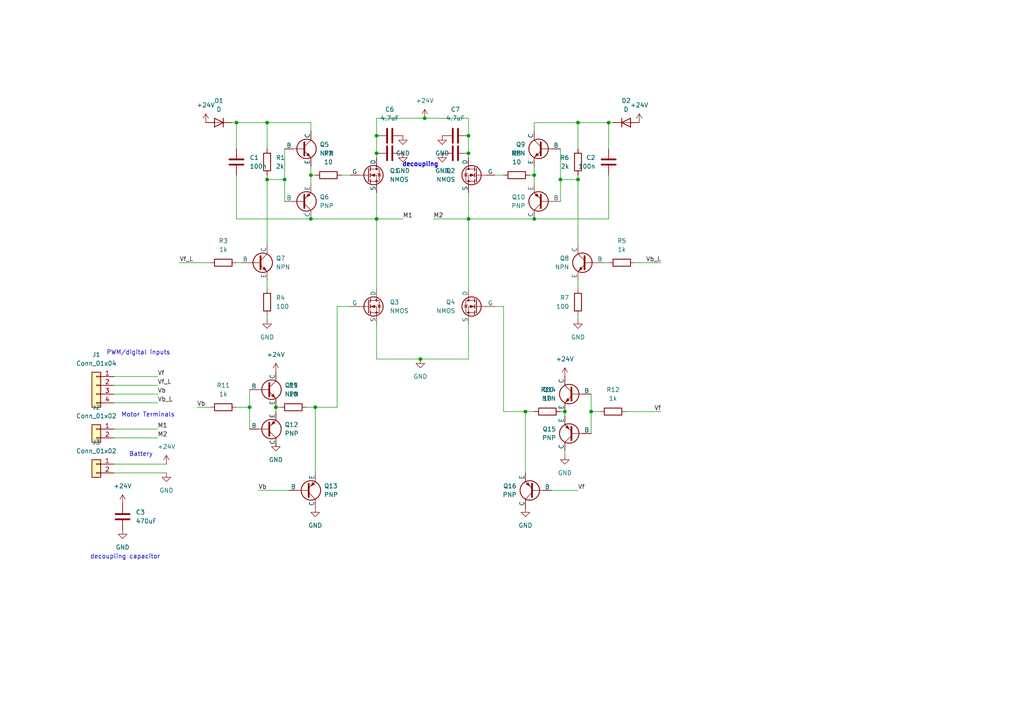
<source format=kicad_sch>
(kicad_sch (version 20250114) (generator "eeschema") (generator_version "9.0")
  (paper "A4")
  (lib_symbols
    (symbol "Conn_01x02_1" (pin_names (offset 1.016) (hide yes))
      (property "Reference" "J3" (at 0 6.35 0))
      (property "Value" "Conn_01x02" (at 0 3.81 0))
      (symbol "Conn_01x02_1_1_1"
        (rectangle (start -1.27 1.27) (end 1.27 -3.81) (stroke (width 0.254)) (fill (type background)))
        (rectangle (start -1.27 0.127) (end 0 -0.127) (stroke (width 0.1524)))
        (rectangle (start -1.27 -2.413) (end 0 -2.667) (stroke (width 0.1524)))
        (pin output line (at -5.08 0 0) (length 3.81) (name "Pin_1") (number "1"))
        (pin output line (at -5.08 -2.54 0) (length 3.81) (name "Pin_2") (number "2"))
      )
    )
    (symbol "Connector_Generic:Conn_01x02" (pin_names (offset 1.016) (hide yes))
      (property "Reference" "J2" (at 0 6.35 0))
      (property "Value" "Conn_01x02" (at 0 3.81 0))
      (symbol "Conn_01x02_1_1"
        (rectangle (start -1.27 1.27) (end 1.27 -3.81) (stroke (width 0.254)) (fill (type background)))
        (rectangle (start -1.27 0.127) (end 0 -0.127) (stroke (width 0.1524)))
        (rectangle (start -1.27 -2.413) (end 0 -2.667) (stroke (width 0.1524)))
        (pin output line (at -5.08 0 0) (length 3.81) (name "Pin_1") (number "1"))
        (pin output line (at -5.08 -2.54 0) (length 3.81) (name "Pin_2") (number "2"))
      )
    )
    (symbol "Connector_Generic:Conn_01x04" (pin_names (offset 1.016) (hide yes))
      (property "Reference" "J1" (at 0 8.89 0))
      (property "Value" "Conn_01x04" (at 0 6.35 0))
      (symbol "Conn_01x04_1_1"
        (rectangle (start -1.27 3.81) (end 1.27 -6.35) (stroke (width 0.254)) (fill (type background)))
        (rectangle (start -1.27 2.667) (end 0 2.413) (stroke (width 0.1524)))
        (rectangle (start -1.27 0.127) (end 0 -0.127) (stroke (width 0.1524)))
        (rectangle (start -1.27 -2.413) (end 0 -2.667) (stroke (width 0.1524)))
        (rectangle (start -1.27 -4.953) (end 0 -5.207) (stroke (width 0.1524)))
        (pin input line (at -5.08 2.54 0) (length 3.81) (name "Pin_1") (number "1"))
        (pin input line (at -5.08 0 0) (length 3.81) (name "Pin_2") (number "2"))
        (pin input line (at -5.08 -2.54 0) (length 3.81) (name "Pin_3") (number "3"))
        (pin input line (at -5.08 -5.08 0) (length 3.81) (name "Pin_4") (number "4"))
      )
    )
    (symbol "Device:C" (pin_numbers (hide yes)) (pin_names (offset 0.254))
      (property "Reference" "C" (at 0.635 2.54 0))
      (property "Value" "C" (at 0.635 -2.54 0))
      (symbol "C_0_1"
        (polyline (pts (xy -2.032 0.762) (xy 2.032 0.762)) (stroke (width 0.508)))
        (polyline (pts (xy -2.032 -0.762) (xy 2.032 -0.762)) (stroke (width 0.508)))
      )
      (symbol "C_1_1"
        (pin passive line (at 0 3.81 270) (length 2.794) (name "~") (number "1"))
        (pin passive line (at 0 -3.81 90) (length 2.794) (name "~") (number "2"))
      )
    )
    (symbol "Device:D" (pin_numbers (hide yes)) (pin_names (offset 1.016) (hide yes))
      (property "Reference" "D" (at 0 2.54 0))
      (property "Value" "D" (at 0 -2.54 0))
      (symbol "D_0_1"
        (polyline (pts (xy -1.27 1.27) (xy -1.27 -1.27)) (stroke (width 0.254)))
        (polyline (pts (xy 1.27 1.27) (xy 1.27 -1.27) (xy -1.27 0) (xy 1.27 1.27)) (stroke (width 0.254)))
        (polyline (pts (xy 1.27 0) (xy -1.27 0)))
      )
      (symbol "D_1_1"
        (pin passive line (at -3.81 0 0) (length 2.54) (name "K") (number "1"))
        (pin passive line (at 3.81 0 180) (length 2.54) (name "A") (number "2"))
      )
    )
    (symbol "Device:R" (pin_numbers (hide yes)) (pin_names (offset 0))
      (property "Reference" "R" (at 2.032 0 90))
      (property "Value" "R" (at 0 0 90))
      (symbol "R_0_1"
        (rectangle (start -1.016 -2.54) (end 1.016 2.54) (stroke (width 0.254)))
      )
      (symbol "R_1_1"
        (pin passive line (at 0 3.81 270) (length 1.27) (name "~") (number "1"))
        (pin passive line (at 0 -3.81 90) (length 1.27) (name "~") (number "2"))
      )
    )
    (symbol "NMOS_1" (pin_numbers (hide yes)) (pin_names (offset 0))
      (property "Reference" "Q4" (at 6.35 1.2701 0))
      (property "Value" "NMOS" (at 6.35 -1.2699 0))
      (symbol "NMOS_1_0_1"
        (polyline (pts (xy 0.254 1.905) (xy 0.254 -1.905)) (stroke (width 0.254)))
        (polyline (pts (xy 0.254 0) (xy -2.54 0)))
        (polyline (pts (xy 0.762 2.286) (xy 0.762 1.27)) (stroke (width 0.254)))
        (polyline (pts (xy 0.762 0.508) (xy 0.762 -0.508)) (stroke (width 0.254)))
        (polyline (pts (xy 0.762 -1.27) (xy 0.762 -2.286)) (stroke (width 0.254)))
        (polyline (pts (xy 0.762 -1.778) (xy 3.302 -1.778) (xy 3.302 1.778) (xy 0.762 1.778)))
        (polyline (pts (xy 1.016 0) (xy 2.032 0.381) (xy 2.032 -0.381) (xy 1.016 0)) (fill (type outline)))
        (circle (center 1.651 0) (radius 2.794) (stroke (width 0.254)))
        (polyline (pts (xy 2.54 2.54) (xy 2.54 1.778)))
        (circle (center 2.54 1.778) (radius 0.254) (fill (type outline)))
        (circle (center 2.54 -1.778) (radius 0.254) (fill (type outline)))
        (polyline (pts (xy 2.54 -2.54) (xy 2.54 0) (xy 0.762 0)))
        (polyline (pts (xy 2.794 0.508) (xy 2.921 0.381) (xy 3.683 0.381) (xy 3.81 0.254)))
        (polyline (pts (xy 3.302 0.381) (xy 2.921 -0.254) (xy 3.683 -0.254) (xy 3.302 0.381)))
      )
      (symbol "NMOS_1_1_1"
        (pin input line (at -5.08 0 0) (length 2.54) (name "G") (number "1"))
        (pin passive line (at 2.54 5.08 270) (length 2.54) (name "D") (number "2"))
        (pin passive line (at 2.54 -5.08 90) (length 2.54) (name "S") (number "3"))
      )
    )
    (symbol "NMOS_2" (pin_numbers (hide yes)) (pin_names (offset 0))
      (property "Reference" "Q3" (at 6.35 1.2701 0))
      (property "Value" "NMOS" (at 6.35 -1.2699 0))
      (symbol "NMOS_2_0_1"
        (polyline (pts (xy 0.254 1.905) (xy 0.254 -1.905)) (stroke (width 0.254)))
        (polyline (pts (xy 0.254 0) (xy -2.54 0)))
        (polyline (pts (xy 0.762 2.286) (xy 0.762 1.27)) (stroke (width 0.254)))
        (polyline (pts (xy 0.762 0.508) (xy 0.762 -0.508)) (stroke (width 0.254)))
        (polyline (pts (xy 0.762 -1.27) (xy 0.762 -2.286)) (stroke (width 0.254)))
        (polyline (pts (xy 0.762 -1.778) (xy 3.302 -1.778) (xy 3.302 1.778) (xy 0.762 1.778)))
        (polyline (pts (xy 1.016 0) (xy 2.032 0.381) (xy 2.032 -0.381) (xy 1.016 0)) (fill (type outline)))
        (circle (center 1.651 0) (radius 2.794) (stroke (width 0.254)))
        (polyline (pts (xy 2.54 2.54) (xy 2.54 1.778)))
        (circle (center 2.54 1.778) (radius 0.254) (fill (type outline)))
        (circle (center 2.54 -1.778) (radius 0.254) (fill (type outline)))
        (polyline (pts (xy 2.54 -2.54) (xy 2.54 0) (xy 0.762 0)))
        (polyline (pts (xy 2.794 0.508) (xy 2.921 0.381) (xy 3.683 0.381) (xy 3.81 0.254)))
        (polyline (pts (xy 3.302 0.381) (xy 2.921 -0.254) (xy 3.683 -0.254) (xy 3.302 0.381)))
      )
      (symbol "NMOS_2_1_1"
        (pin input line (at -5.08 0 0) (length 2.54) (name "G") (number "1"))
        (pin passive line (at 2.54 5.08 270) (length 2.54) (name "D") (number "2"))
        (pin passive line (at 2.54 -5.08 90) (length 2.54) (name "S") (number "3"))
      )
    )
    (symbol "NMOS_3" (pin_numbers (hide yes)) (pin_names (offset 0))
      (property "Reference" "Q1" (at 6.35 1.2701 0))
      (property "Value" "NMOS" (at 6.35 -1.2699 0))
      (symbol "NMOS_3_0_1"
        (polyline (pts (xy 0.254 1.905) (xy 0.254 -1.905)) (stroke (width 0.254)))
        (polyline (pts (xy 0.254 0) (xy -2.54 0)))
        (polyline (pts (xy 0.762 2.286) (xy 0.762 1.27)) (stroke (width 0.254)))
        (polyline (pts (xy 0.762 0.508) (xy 0.762 -0.508)) (stroke (width 0.254)))
        (polyline (pts (xy 0.762 -1.27) (xy 0.762 -2.286)) (stroke (width 0.254)))
        (polyline (pts (xy 0.762 -1.778) (xy 3.302 -1.778) (xy 3.302 1.778) (xy 0.762 1.778)))
        (polyline (pts (xy 1.016 0) (xy 2.032 0.381) (xy 2.032 -0.381) (xy 1.016 0)) (fill (type outline)))
        (circle (center 1.651 0) (radius 2.794) (stroke (width 0.254)))
        (polyline (pts (xy 2.54 2.54) (xy 2.54 1.778)))
        (circle (center 2.54 1.778) (radius 0.254) (fill (type outline)))
        (circle (center 2.54 -1.778) (radius 0.254) (fill (type outline)))
        (polyline (pts (xy 2.54 -2.54) (xy 2.54 0) (xy 0.762 0)))
        (polyline (pts (xy 2.794 0.508) (xy 2.921 0.381) (xy 3.683 0.381) (xy 3.81 0.254)))
        (polyline (pts (xy 3.302 0.381) (xy 2.921 -0.254) (xy 3.683 -0.254) (xy 3.302 0.381)))
      )
      (symbol "NMOS_3_1_1"
        (pin input line (at -5.08 0 0) (length 2.54) (name "G") (number "1"))
        (pin passive line (at 2.54 5.08 270) (length 2.54) (name "D") (number "2"))
        (pin passive line (at 2.54 -5.08 90) (length 2.54) (name "S") (number "3"))
      )
    )
    (symbol "NPN_1" (pin_numbers (hide yes)) (pin_names (offset 0))
      (property "Reference" "Q5" (at 5.08 1.2701 0))
      (property "Value" "NPN" (at 5.08 -1.2699 0))
      (symbol "NPN_1_0_1"
        (polyline (pts (xy -2.54 0) (xy 0.635 0)) (stroke (width 0.1524)))
        (polyline (pts (xy 0.635 1.905) (xy 0.635 -1.905) (xy 0.635 -1.905)) (stroke (width 0.508)))
        (polyline (pts (xy 0.635 0.635) (xy 2.54 2.54)))
        (polyline (pts (xy 0.635 -0.635) (xy 2.54 -2.54) (xy 2.54 -2.54)))
        (circle (center 1.27 0) (radius 2.8194) (stroke (width 0.254)))
        (polyline (pts (xy 1.27 -1.778) (xy 1.778 -1.27) (xy 2.286 -2.286) (xy 1.27 -1.778) (xy 1.27 -1.778)) (fill (type outline)))
        (polyline (pts (xy 2.794 -1.27) (xy 2.794 -1.27)) (stroke (width 0.1524)))
        (polyline (pts (xy 2.794 -1.27) (xy 2.794 -1.27)) (stroke (width 0.1524)))
      )
      (symbol "NPN_1_1_1"
        (pin input line (at -5.08 0 0) (length 2.54) (name "B") (number "3"))
        (pin open_collector line (at 2.54 5.08 270) (length 2.54) (name "C") (number "2"))
        (pin open_emitter line (at 2.54 -5.08 90) (length 2.54) (name "E") (number "1"))
      )
    )
    (symbol "NPN_2" (pin_numbers (hide yes)) (pin_names (offset 0))
      (property "Reference" "Q7" (at 5.08 1.2701 0))
      (property "Value" "NPN" (at 5.08 -1.2699 0))
      (symbol "NPN_2_0_1"
        (polyline (pts (xy -2.54 0) (xy 0.635 0)) (stroke (width 0.1524)))
        (polyline (pts (xy 0.635 1.905) (xy 0.635 -1.905) (xy 0.635 -1.905)) (stroke (width 0.508)))
        (polyline (pts (xy 0.635 0.635) (xy 2.54 2.54)))
        (polyline (pts (xy 0.635 -0.635) (xy 2.54 -2.54) (xy 2.54 -2.54)))
        (circle (center 1.27 0) (radius 2.8194) (stroke (width 0.254)))
        (polyline (pts (xy 1.27 -1.778) (xy 1.778 -1.27) (xy 2.286 -2.286) (xy 1.27 -1.778) (xy 1.27 -1.778)) (fill (type outline)))
        (polyline (pts (xy 2.794 -1.27) (xy 2.794 -1.27)) (stroke (width 0.1524)))
        (polyline (pts (xy 2.794 -1.27) (xy 2.794 -1.27)) (stroke (width 0.1524)))
      )
      (symbol "NPN_2_1_1"
        (pin input line (at -5.08 0 0) (length 2.54) (name "B") (number "3"))
        (pin open_collector line (at 2.54 5.08 270) (length 2.54) (name "C") (number "2"))
        (pin open_emitter line (at 2.54 -5.08 90) (length 2.54) (name "E") (number "1"))
      )
    )
    (symbol "NPN_3" (pin_numbers (hide yes)) (pin_names (offset 0))
      (property "Reference" "Q11" (at 5.08 1.2701 0))
      (property "Value" "NPN" (at 5.08 -1.2699 0))
      (symbol "NPN_3_0_1"
        (polyline (pts (xy -2.54 0) (xy 0.635 0)) (stroke (width 0.1524)))
        (polyline (pts (xy 0.635 1.905) (xy 0.635 -1.905) (xy 0.635 -1.905)) (stroke (width 0.508)))
        (polyline (pts (xy 0.635 0.635) (xy 2.54 2.54)))
        (polyline (pts (xy 0.635 -0.635) (xy 2.54 -2.54) (xy 2.54 -2.54)))
        (circle (center 1.27 0) (radius 2.8194) (stroke (width 0.254)))
        (polyline (pts (xy 1.27 -1.778) (xy 1.778 -1.27) (xy 2.286 -2.286) (xy 1.27 -1.778) (xy 1.27 -1.778)) (fill (type outline)))
        (polyline (pts (xy 2.794 -1.27) (xy 2.794 -1.27)) (stroke (width 0.1524)))
        (polyline (pts (xy 2.794 -1.27) (xy 2.794 -1.27)) (stroke (width 0.1524)))
      )
      (symbol "NPN_3_1_1"
        (pin input line (at -5.08 0 0) (length 2.54) (name "B") (number "3"))
        (pin open_collector line (at 2.54 5.08 270) (length 2.54) (name "C") (number "2"))
        (pin open_emitter line (at 2.54 -5.08 90) (length 2.54) (name "E") (number "1"))
      )
    )
    (symbol "NPN_4" (pin_numbers (hide yes)) (pin_names (offset 0))
      (property "Reference" "Q14" (at 5.08 1.2701 0))
      (property "Value" "NPN" (at 5.08 -1.2699 0))
      (symbol "NPN_4_0_1"
        (polyline (pts (xy -2.54 0) (xy 0.635 0)) (stroke (width 0.1524)))
        (polyline (pts (xy 0.635 1.905) (xy 0.635 -1.905) (xy 0.635 -1.905)) (stroke (width 0.508)))
        (polyline (pts (xy 0.635 0.635) (xy 2.54 2.54)))
        (polyline (pts (xy 0.635 -0.635) (xy 2.54 -2.54) (xy 2.54 -2.54)))
        (circle (center 1.27 0) (radius 2.8194) (stroke (width 0.254)))
        (polyline (pts (xy 1.27 -1.778) (xy 1.778 -1.27) (xy 2.286 -2.286) (xy 1.27 -1.778) (xy 1.27 -1.778)) (fill (type outline)))
        (polyline (pts (xy 2.794 -1.27) (xy 2.794 -1.27)) (stroke (width 0.1524)))
        (polyline (pts (xy 2.794 -1.27) (xy 2.794 -1.27)) (stroke (width 0.1524)))
      )
      (symbol "NPN_4_1_1"
        (pin input line (at -5.08 0 0) (length 2.54) (name "B") (number "3"))
        (pin open_collector line (at 2.54 5.08 270) (length 2.54) (name "C") (number "2"))
        (pin open_emitter line (at 2.54 -5.08 90) (length 2.54) (name "E") (number "1"))
      )
    )
    (symbol "NPN_5" (pin_numbers (hide yes)) (pin_names (offset 0))
      (property "Reference" "Q8" (at 5.08 1.2701 0))
      (property "Value" "NPN" (at 5.08 -1.2699 0))
      (symbol "NPN_5_0_1"
        (polyline (pts (xy -2.54 0) (xy 0.635 0)) (stroke (width 0.1524)))
        (polyline (pts (xy 0.635 1.905) (xy 0.635 -1.905) (xy 0.635 -1.905)) (stroke (width 0.508)))
        (polyline (pts (xy 0.635 0.635) (xy 2.54 2.54)))
        (polyline (pts (xy 0.635 -0.635) (xy 2.54 -2.54) (xy 2.54 -2.54)))
        (circle (center 1.27 0) (radius 2.8194) (stroke (width 0.254)))
        (polyline (pts (xy 1.27 -1.778) (xy 1.778 -1.27) (xy 2.286 -2.286) (xy 1.27 -1.778) (xy 1.27 -1.778)) (fill (type outline)))
        (polyline (pts (xy 2.794 -1.27) (xy 2.794 -1.27)) (stroke (width 0.1524)))
        (polyline (pts (xy 2.794 -1.27) (xy 2.794 -1.27)) (stroke (width 0.1524)))
      )
      (symbol "NPN_5_1_1"
        (pin input line (at -5.08 0 0) (length 2.54) (name "B") (number "3"))
        (pin open_collector line (at 2.54 5.08 270) (length 2.54) (name "C") (number "2"))
        (pin open_emitter line (at 2.54 -5.08 90) (length 2.54) (name "E") (number "1"))
      )
    )
    (symbol "PNP_1" (pin_numbers (hide yes)) (pin_names (offset 0))
      (property "Reference" "Q6" (at 5.08 -1.2701 0))
      (property "Value" "PNP" (at 5.08 1.2699 0))
      (symbol "PNP_1_0_1"
        (polyline (pts (xy -2.54 0) (xy 0.635 0)) (stroke (width 0.1524)))
        (polyline (pts (xy 0.635 1.905) (xy 0.635 -1.905) (xy 0.635 -1.905)) (stroke (width 0.508)))
        (polyline (pts (xy 0.635 0.635) (xy 2.54 2.54)))
        (polyline (pts (xy 0.635 -0.635) (xy 2.54 -2.54) (xy 2.54 -2.54)))
        (circle (center 1.27 0) (radius 2.8194) (stroke (width 0.254)))
        (polyline (pts (xy 2.286 -1.778) (xy 1.778 -2.286) (xy 1.27 -1.27) (xy 2.286 -1.778) (xy 2.286 -1.778)) (fill (type outline)))
      )
      (symbol "PNP_1_1_1"
        (pin input line (at -5.08 0 0) (length 2.54) (name "B") (number "3"))
        (pin open_collector line (at 2.54 5.08 270) (length 2.54) (name "C") (number "2"))
        (pin open_emitter line (at 2.54 -5.08 90) (length 2.54) (name "E") (number "1"))
      )
    )
    (symbol "PNP_2" (pin_numbers (hide yes)) (pin_names (offset 0))
      (property "Reference" "Q12" (at 5.08 1.2701 0))
      (property "Value" "PNP" (at 5.08 -1.2699 0))
      (symbol "PNP_2_0_1"
        (polyline (pts (xy -2.54 0) (xy 0.635 0)) (stroke (width 0.1524)))
        (polyline (pts (xy 0.635 1.905) (xy 0.635 -1.905) (xy 0.635 -1.905)) (stroke (width 0.508)))
        (polyline (pts (xy 0.635 0.635) (xy 2.54 2.54)))
        (polyline (pts (xy 0.635 -0.635) (xy 2.54 -2.54) (xy 2.54 -2.54)))
        (circle (center 1.27 0) (radius 2.8194) (stroke (width 0.254)))
        (polyline (pts (xy 2.286 -1.778) (xy 1.778 -2.286) (xy 1.27 -1.27) (xy 2.286 -1.778) (xy 2.286 -1.778)) (fill (type outline)))
      )
      (symbol "PNP_2_1_1"
        (pin input line (at -5.08 0 0) (length 2.54) (name "B") (number "3"))
        (pin open_collector line (at 2.54 5.08 270) (length 2.54) (name "C") (number "2"))
        (pin open_emitter line (at 2.54 -5.08 90) (length 2.54) (name "E") (number "1"))
      )
    )
    (symbol "PNP_3" (pin_numbers (hide yes)) (pin_names (offset 0))
      (property "Reference" "Q13" (at 5.08 -1.2701 0))
      (property "Value" "PNP" (at 5.08 1.2699 0))
      (symbol "PNP_3_0_1"
        (polyline (pts (xy -2.54 0) (xy 0.635 0)) (stroke (width 0.1524)))
        (polyline (pts (xy 0.635 1.905) (xy 0.635 -1.905) (xy 0.635 -1.905)) (stroke (width 0.508)))
        (polyline (pts (xy 0.635 0.635) (xy 2.54 2.54)))
        (polyline (pts (xy 0.635 -0.635) (xy 2.54 -2.54) (xy 2.54 -2.54)))
        (circle (center 1.27 0) (radius 2.8194) (stroke (width 0.254)))
        (polyline (pts (xy 2.286 -1.778) (xy 1.778 -2.286) (xy 1.27 -1.27) (xy 2.286 -1.778) (xy 2.286 -1.778)) (fill (type outline)))
      )
      (symbol "PNP_3_1_1"
        (pin input line (at -5.08 0 0) (length 2.54) (name "B") (number "3"))
        (pin open_collector line (at 2.54 5.08 270) (length 2.54) (name "C") (number "2"))
        (pin open_emitter line (at 2.54 -5.08 90) (length 2.54) (name "E") (number "1"))
      )
    )
    (symbol "PNP_4" (pin_numbers (hide yes)) (pin_names (offset 0))
      (property "Reference" "Q16" (at 5.08 -1.2701 0))
      (property "Value" "PNP" (at 5.08 1.2699 0))
      (symbol "PNP_4_0_1"
        (polyline (pts (xy -2.54 0) (xy 0.635 0)) (stroke (width 0.1524)))
        (polyline (pts (xy 0.635 1.905) (xy 0.635 -1.905) (xy 0.635 -1.905)) (stroke (width 0.508)))
        (polyline (pts (xy 0.635 0.635) (xy 2.54 2.54)))
        (polyline (pts (xy 0.635 -0.635) (xy 2.54 -2.54) (xy 2.54 -2.54)))
        (circle (center 1.27 0) (radius 2.8194) (stroke (width 0.254)))
        (polyline (pts (xy 2.286 -1.778) (xy 1.778 -2.286) (xy 1.27 -1.27) (xy 2.286 -1.778) (xy 2.286 -1.778)) (fill (type outline)))
      )
      (symbol "PNP_4_1_1"
        (pin input line (at -5.08 0 0) (length 2.54) (name "B") (number "3"))
        (pin open_collector line (at 2.54 5.08 270) (length 2.54) (name "C") (number "2"))
        (pin open_emitter line (at 2.54 -5.08 90) (length 2.54) (name "E") (number "1"))
      )
    )
    (symbol "PNP_5" (pin_numbers (hide yes)) (pin_names (offset 0))
      (property "Reference" "Q15" (at 5.08 1.2701 0))
      (property "Value" "PNP" (at 5.08 -1.2699 0))
      (symbol "PNP_5_0_1"
        (polyline (pts (xy -2.54 0) (xy 0.635 0)) (stroke (width 0.1524)))
        (polyline (pts (xy 0.635 1.905) (xy 0.635 -1.905) (xy 0.635 -1.905)) (stroke (width 0.508)))
        (polyline (pts (xy 0.635 0.635) (xy 2.54 2.54)))
        (polyline (pts (xy 0.635 -0.635) (xy 2.54 -2.54) (xy 2.54 -2.54)))
        (circle (center 1.27 0) (radius 2.8194) (stroke (width 0.254)))
        (polyline (pts (xy 2.286 -1.778) (xy 1.778 -2.286) (xy 1.27 -1.27) (xy 2.286 -1.778) (xy 2.286 -1.778)) (fill (type outline)))
      )
      (symbol "PNP_5_1_1"
        (pin input line (at -5.08 0 0) (length 2.54) (name "B") (number "3"))
        (pin open_collector line (at 2.54 5.08 270) (length 2.54) (name "C") (number "2"))
        (pin open_emitter line (at 2.54 -5.08 90) (length 2.54) (name "E") (number "1"))
      )
    )
    (symbol "Simulation_SPICE:NMOS" (pin_numbers (hide yes)) (pin_names (offset 0))
      (property "Reference" "Q2" (at 6.35 1.2701 0))
      (property "Value" "NMOS" (at 6.35 -1.2699 0))
      (symbol "NMOS_0_1"
        (polyline (pts (xy 0.254 1.905) (xy 0.254 -1.905)) (stroke (width 0.254)))
        (polyline (pts (xy 0.254 0) (xy -2.54 0)))
        (polyline (pts (xy 0.762 2.286) (xy 0.762 1.27)) (stroke (width 0.254)))
        (polyline (pts (xy 0.762 0.508) (xy 0.762 -0.508)) (stroke (width 0.254)))
        (polyline (pts (xy 0.762 -1.27) (xy 0.762 -2.286)) (stroke (width 0.254)))
        (polyline (pts (xy 0.762 -1.778) (xy 3.302 -1.778) (xy 3.302 1.778) (xy 0.762 1.778)))
        (polyline (pts (xy 1.016 0) (xy 2.032 0.381) (xy 2.032 -0.381) (xy 1.016 0)) (fill (type outline)))
        (circle (center 1.651 0) (radius 2.794) (stroke (width 0.254)))
        (polyline (pts (xy 2.54 2.54) (xy 2.54 1.778)))
        (circle (center 2.54 1.778) (radius 0.254) (fill (type outline)))
        (circle (center 2.54 -1.778) (radius 0.254) (fill (type outline)))
        (polyline (pts (xy 2.54 -2.54) (xy 2.54 0) (xy 0.762 0)))
        (polyline (pts (xy 2.794 0.508) (xy 2.921 0.381) (xy 3.683 0.381) (xy 3.81 0.254)))
        (polyline (pts (xy 3.302 0.381) (xy 2.921 -0.254) (xy 3.683 -0.254) (xy 3.302 0.381)))
      )
      (symbol "NMOS_1_1"
        (pin input line (at -5.08 0 0) (length 2.54) (name "G") (number "1"))
        (pin passive line (at 2.54 5.08 270) (length 2.54) (name "D") (number "2"))
        (pin passive line (at 2.54 -5.08 90) (length 2.54) (name "S") (number "3"))
      )
    )
    (symbol "Simulation_SPICE:NPN" (pin_numbers (hide yes)) (pin_names (offset 0))
      (property "Reference" "Q9" (at 5.08 1.2701 0))
      (property "Value" "NPN" (at 5.08 -1.2699 0))
      (symbol "NPN_0_1"
        (polyline (pts (xy -2.54 0) (xy 0.635 0)) (stroke (width 0.1524)))
        (polyline (pts (xy 0.635 1.905) (xy 0.635 -1.905) (xy 0.635 -1.905)) (stroke (width 0.508)))
        (polyline (pts (xy 0.635 0.635) (xy 2.54 2.54)))
        (polyline (pts (xy 0.635 -0.635) (xy 2.54 -2.54) (xy 2.54 -2.54)))
        (circle (center 1.27 0) (radius 2.8194) (stroke (width 0.254)))
        (polyline (pts (xy 1.27 -1.778) (xy 1.778 -1.27) (xy 2.286 -2.286) (xy 1.27 -1.778) (xy 1.27 -1.778)) (fill (type outline)))
        (polyline (pts (xy 2.794 -1.27) (xy 2.794 -1.27)) (stroke (width 0.1524)))
        (polyline (pts (xy 2.794 -1.27) (xy 2.794 -1.27)) (stroke (width 0.1524)))
      )
      (symbol "NPN_1_1"
        (pin input line (at -5.08 0 0) (length 2.54) (name "B") (number "3"))
        (pin open_collector line (at 2.54 5.08 270) (length 2.54) (name "C") (number "2"))
        (pin open_emitter line (at 2.54 -5.08 90) (length 2.54) (name "E") (number "1"))
      )
    )
    (symbol "Simulation_SPICE:PNP" (pin_numbers (hide yes)) (pin_names (offset 0))
      (property "Reference" "Q10" (at 5.08 -1.2701 0))
      (property "Value" "PNP" (at 5.08 1.2699 0))
      (symbol "PNP_0_1"
        (polyline (pts (xy -2.54 0) (xy 0.635 0)) (stroke (width 0.1524)))
        (polyline (pts (xy 0.635 1.905) (xy 0.635 -1.905) (xy 0.635 -1.905)) (stroke (width 0.508)))
        (polyline (pts (xy 0.635 0.635) (xy 2.54 2.54)))
        (polyline (pts (xy 0.635 -0.635) (xy 2.54 -2.54) (xy 2.54 -2.54)))
        (circle (center 1.27 0) (radius 2.8194) (stroke (width 0.254)))
        (polyline (pts (xy 2.286 -1.778) (xy 1.778 -2.286) (xy 1.27 -1.27) (xy 2.286 -1.778) (xy 2.286 -1.778)) (fill (type outline)))
      )
      (symbol "PNP_1_1"
        (pin input line (at -5.08 0 0) (length 2.54) (name "B") (number "3"))
        (pin open_collector line (at 2.54 5.08 270) (length 2.54) (name "C") (number "2"))
        (pin open_emitter line (at 2.54 -5.08 90) (length 2.54) (name "E") (number "1"))
      )
    )
    (symbol "power:+24V" (power) (pin_numbers (hide yes)) (pin_names (offset 0) (hide yes))
      (property "Value" "+24V" (at 0 3.556 0))
      (symbol "+24V_0_1"
        (polyline (pts (xy -0.762 1.27) (xy 0 2.54)))
        (polyline (pts (xy 0 2.54) (xy 0.762 1.27)))
        (polyline (pts (xy 0 0) (xy 0 2.54)))
      )
      (symbol "+24V_1_1"
        (pin power_in line (at 0 0 90) (length 0) (name "~") (number "1"))
      )
    )
    (symbol "power:GND" (power) (pin_numbers (hide yes)) (pin_names (offset 0) (hide yes))
      (property "Value" "GND" (at 0 -3.81 0))
      (symbol "GND_0_1"
        (polyline (pts (xy 0 0) (xy 0 -1.27) (xy 1.27 -1.27) (xy 0 -2.54) (xy -1.27 -1.27) (xy 0 -1.27)))
      )
      (symbol "GND_1_1"
        (pin power_in line (at 0 0 270) (length 0) (name "~") (number "1"))
      )
    )
  )
  (text "decoupling capacitor\n" (at 36.322 161.544 0) (effects (font (size 1.27 1.27))))
  (text "Battery\n" (at 40.894 131.826 0) (effects (font (size 1.27 1.27))))
  (text "PWM/digital inputs\n" (at 40.132 102.362 0) (effects (font (size 1.27 1.27))))
  (text "decoupling\n" (at 121.92 47.752 0) (effects (font (size 1.27 1.27) (thickness 0.254) (bold yes))))
  (text "Motor Terminals" (at 42.926 120.396 0) (effects (font (size 1.27 1.27))))
  (junction (at 91.44 118.11))
  (junction (at 77.47 52.07))
  (junction (at 154.94 63.5))
  (junction (at 176.53 35.56))
  (junction (at 72.39 118.11))
  (junction (at 163.83 119.38))
  (junction (at 135.89 63.5))
  (junction (at 167.64 35.56))
  (junction (at 135.89 39.37))
  (junction (at 90.17 50.8))
  (junction (at 109.22 63.5))
  (junction (at 82.55 52.07))
  (junction (at 171.45 119.38))
  (junction (at 162.56 52.07))
  (junction (at 109.22 44.45))
  (junction (at 167.64 52.07))
  (junction (at 90.17 63.5))
  (junction (at 68.58 35.56))
  (junction (at 135.89 44.45))
  (junction (at 152.4 119.38))
  (junction (at 109.22 39.37))
  (junction (at 121.92 104.14))
  (junction (at 77.47 35.56))
  (junction (at 123.19 34.29))
  (junction (at 154.94 50.8))
  (junction (at 80.01 118.11))
  (wire (pts (xy 77.47 81.28) (xy 77.47 83.82)))
  (wire (pts (xy 184.15 76.2) (xy 191.77 76.2)))
  (wire (pts (xy 72.39 118.11) (xy 72.39 124.46)))
  (wire (pts (xy 109.22 104.14) (xy 121.92 104.14)))
  (wire (pts (xy 135.89 55.88) (xy 135.89 63.5)))
  (wire (pts (xy 135.89 45.72) (xy 135.89 44.45)))
  (wire (pts (xy 171.45 119.38) (xy 171.45 125.73)))
  (wire (pts (xy 146.05 119.38) (xy 146.05 88.9)))
  (wire (pts (xy 90.17 48.26) (xy 90.17 50.8)))
  (wire (pts (xy 88.9 118.11) (xy 91.44 118.11)))
  (wire (pts (xy 77.47 35.56) (xy 77.47 43.18)))
  (wire (pts (xy 152.4 119.38) (xy 146.05 119.38)))
  (wire (pts (xy 163.83 119.38) (xy 162.56 119.38)))
  (wire (pts (xy 68.58 35.56) (xy 68.58 43.18)))
  (wire (pts (xy 167.64 35.56) (xy 154.94 35.56)))
  (wire (pts (xy 97.79 118.11) (xy 97.79 88.9)))
  (wire (pts (xy 135.89 34.29) (xy 135.89 39.37)))
  (wire (pts (xy 176.53 63.5) (xy 154.94 63.5)))
  (wire (pts (xy 33.02 114.3) (xy 45.72 114.3)))
  (wire (pts (xy 90.17 63.5) (xy 109.22 63.5)))
  (wire (pts (xy 77.47 50.8) (xy 77.47 52.07)))
  (wire (pts (xy 167.64 35.56) (xy 167.64 43.18)))
  (wire (pts (xy 82.55 52.07) (xy 82.55 58.42)))
  (wire (pts (xy 109.22 63.5) (xy 109.22 83.82)))
  (wire (pts (xy 68.58 63.5) (xy 90.17 63.5)))
  (wire (pts (xy 154.94 119.38) (xy 152.4 119.38)))
  (wire (pts (xy 80.01 129.54) (xy 80.01 128.27)))
  (wire (pts (xy 154.94 63.5) (xy 135.89 63.5)))
  (wire (pts (xy 154.94 50.8) (xy 153.67 50.8)))
  (wire (pts (xy 74.93 142.24) (xy 83.82 142.24)))
  (wire (pts (xy 77.47 35.56) (xy 90.17 35.56)))
  (wire (pts (xy 77.47 52.07) (xy 77.47 71.12)))
  (wire (pts (xy 90.17 35.56) (xy 90.17 38.1)))
  (wire (pts (xy 167.64 50.8) (xy 167.64 52.07)))
  (wire (pts (xy 176.53 76.2) (xy 175.26 76.2)))
  (wire (pts (xy 167.64 52.07) (xy 167.64 71.12)))
  (wire (pts (xy 33.02 124.46) (xy 45.72 124.46)))
  (wire (pts (xy 52.07 76.2) (xy 60.96 76.2)))
  (wire (pts (xy 33.02 137.16) (xy 48.26 137.16)))
  (wire (pts (xy 82.55 43.18) (xy 82.55 52.07)))
  (wire (pts (xy 167.64 81.28) (xy 167.64 83.82)))
  (wire (pts (xy 77.47 91.44) (xy 77.47 92.71)))
  (wire (pts (xy 143.51 50.8) (xy 146.05 50.8)))
  (wire (pts (xy 68.58 118.11) (xy 72.39 118.11)))
  (wire (pts (xy 160.02 142.24) (xy 167.64 142.24)))
  (wire (pts (xy 152.4 119.38) (xy 152.4 137.16)))
  (wire (pts (xy 90.17 50.8) (xy 91.44 50.8)))
  (wire (pts (xy 121.92 104.14) (xy 135.89 104.14)))
  (wire (pts (xy 176.53 50.8) (xy 176.53 63.5)))
  (wire (pts (xy 33.02 109.22) (xy 45.72 109.22)))
  (wire (pts (xy 109.22 63.5) (xy 116.84 63.5)))
  (wire (pts (xy 80.01 119.38) (xy 80.01 118.11)))
  (wire (pts (xy 135.89 63.5) (xy 135.89 83.82)))
  (wire (pts (xy 91.44 118.11) (xy 97.79 118.11)))
  (wire (pts (xy 171.45 114.3) (xy 171.45 119.38)))
  (wire (pts (xy 68.58 35.56) (xy 77.47 35.56)))
  (wire (pts (xy 125.73 63.5) (xy 135.89 63.5)))
  (wire (pts (xy 33.02 116.84) (xy 45.72 116.84)))
  (wire (pts (xy 162.56 43.18) (xy 162.56 52.07)))
  (wire (pts (xy 109.22 44.45) (xy 109.22 45.72)))
  (wire (pts (xy 67.31 35.56) (xy 68.58 35.56)))
  (wire (pts (xy 176.53 35.56) (xy 167.64 35.56)))
  (wire (pts (xy 109.22 39.37) (xy 109.22 44.45)))
  (wire (pts (xy 33.02 111.76) (xy 45.72 111.76)))
  (wire (pts (xy 123.19 34.29) (xy 135.89 34.29)))
  (wire (pts (xy 181.61 119.38) (xy 191.77 119.38)))
  (wire (pts (xy 57.15 118.11) (xy 60.96 118.11)))
  (wire (pts (xy 146.05 88.9) (xy 143.51 88.9)))
  (wire (pts (xy 109.22 55.88) (xy 109.22 63.5)))
  (wire (pts (xy 171.45 119.38) (xy 173.99 119.38)))
  (wire (pts (xy 33.02 134.62) (xy 48.26 134.62)))
  (wire (pts (xy 80.01 118.11) (xy 81.28 118.11)))
  (wire (pts (xy 109.22 34.29) (xy 109.22 39.37)))
  (wire (pts (xy 176.53 35.56) (xy 176.53 43.18)))
  (wire (pts (xy 91.44 118.11) (xy 91.44 137.16)))
  (wire (pts (xy 162.56 52.07) (xy 162.56 58.42)))
  (wire (pts (xy 154.94 50.8) (xy 154.94 53.34)))
  (wire (pts (xy 97.79 88.9) (xy 101.6 88.9)))
  (wire (pts (xy 68.58 50.8) (xy 68.58 63.5)))
  (wire (pts (xy 77.47 52.07) (xy 82.55 52.07)))
  (wire (pts (xy 135.89 93.98) (xy 135.89 104.14)))
  (wire (pts (xy 163.83 120.65) (xy 163.83 119.38)))
  (wire (pts (xy 154.94 35.56) (xy 154.94 38.1)))
  (wire (pts (xy 33.02 127) (xy 45.72 127)))
  (wire (pts (xy 68.58 76.2) (xy 69.85 76.2)))
  (wire (pts (xy 99.06 50.8) (xy 101.6 50.8)))
  (wire (pts (xy 135.89 39.37) (xy 135.89 44.45)))
  (wire (pts (xy 177.8 35.56) (xy 176.53 35.56)))
  (wire (pts (xy 109.22 93.98) (xy 109.22 104.14)))
  (wire (pts (xy 167.64 91.44) (xy 167.64 92.71)))
  (wire (pts (xy 163.83 132.08) (xy 163.83 130.81)))
  (wire (pts (xy 109.22 34.29) (xy 123.19 34.29)))
  (wire (pts (xy 90.17 50.8) (xy 90.17 53.34)))
  (wire (pts (xy 167.64 52.07) (xy 162.56 52.07)))
  (wire (pts (xy 154.94 48.26) (xy 154.94 50.8)))
  (wire (pts (xy 72.39 113.03) (xy 72.39 118.11)))
  (label "Vf" (at 45.72 109.22 0))
  (label "Vf_L" (at 45.72 111.76 0))
  (label "Vb_L" (at 191.77 76.2 180))
  (label "Vf" (at 191.77 119.38 180))
  (label "M1" (at 116.84 63.5 0))
  (label "Vb" (at 57.15 118.11 0))
  (label "Vf" (at 167.64 142.24 0))
  (label "Vf_L" (at 52.07 76.2 0))
  (label "M1" (at 45.72 124.46 0))
  (label "M2" (at 125.73 63.5 0))
  (label "Vb" (at 45.72 114.3 0))
  (label "Vb_L" (at 45.72 116.84 0))
  (label "M2" (at 45.72 127 0))
  (label "Vb" (at 74.93 142.24 0))
  (symbol (lib_id "Connector_Generic:Conn_01x02") (at 27.94 124.46 0) (mirror y) (unit 1)
    (property "Reference" "J2" (at 27.94 118.11 0))
    (property "Value" "Conn_01x02" (at 27.94 120.65 0))
    (property "Footprint" "Connector_Wire:SolderWire-4sqmm_1x02_P12mm_D3mm_OD6mm" (effects (hide yes)))
    (property "Description" "Generic connector, single row, 01x02, script generated (kicad-library-utils/schlib/autogen/connector/)" (effects (hide yes)))
  )
  (symbol (lib_id "power:GND") (at 167.64 92.71 0) (mirror y) (unit 1)
    (property "Reference" "#PWR05" (effects (hide yes)))
    (property "Value" "GND" (at 167.64 97.79 0))
    (property "Description" "Power symbol creates a global label with name \"GND\" , ground" (effects (hide yes)))
  )
  (symbol (lib_id "power:+24V") (at 48.26 134.62 0) (unit 1)
    (property "Reference" "#PWR013" (effects (hide yes)))
    (property "Value" "+24V" (at 48.26 129.54 0))
    (property "Description" "Power symbol creates a global label with name \"+24V\"" (effects (hide yes)))
  )
  (symbol (lib_id "Device:C") (at 35.56 149.86 0) (unit 1)
    (property "Reference" "C3" (at 39.37 148.5899 0) (effects (justify left)))
    (property "Value" "470uF" (at 39.37 151.1299 0) (effects (justify left)))
    (property "Footprint" "Capacitor_THT:C_Radial_D12.5mm_H25.0mm_P5.00mm" (effects (hide yes)))
    (property "Description" "Unpolarized capacitor" (effects (hide yes)))
  )
  (symbol (lib_name "PNP_1") (lib_id "Simulation_SPICE:PNP") (at 87.63 58.42 0) (mirror x) (unit 1)
    (property "Reference" "Q6" (at 92.71 57.1499 0) (effects (justify left)))
    (property "Value" "PNP" (at 92.71 59.6899 0) (effects (justify left)))
    (property "Footprint" "IRLZ44N:Transistor" (effects (hide yes)))
    (property "Datasheet" "https://ngspice.sourceforge.io/docs/ngspice-html-manual/manual.xhtml#cha_BJTs" (effects (hide yes)))
    (property "Description" "Bipolar transistor symbol for simulation only, substrate tied to the emitter" (effects (hide yes)))
    (property "Sim.Device" "PNP" (effects (hide yes)))
    (property "Sim.Type" "GUMMELPOON" (effects (hide yes)))
    (property "Sim.Pins" "1=C 2=B 3=E" (effects (hide yes)))
  )
  (symbol (lib_id "power:GND") (at 48.26 137.16 0) (unit 1)
    (property "Reference" "#PWR014" (effects (hide yes)))
    (property "Value" "GND" (at 48.26 142.24 0))
    (property "Description" "Power symbol creates a global label with name \"GND\" , ground" (effects (hide yes)))
  )
  (symbol (lib_id "Device:C") (at 68.58 46.99 0) (unit 1)
    (property "Reference" "C1" (at 72.39 45.7199 0) (effects (justify left)))
    (property "Value" "100n" (at 72.39 48.2599 0) (effects (justify left)))
    (property "Footprint" "Capacitor_THT:C_Disc_D8.0mm_W5.0mm_P5.00mm" (effects (hide yes)))
    (property "Description" "Unpolarized capacitor" (effects (hide yes)))
  )
  (symbol (lib_id "power:+24V") (at 80.01 107.95 0) (unit 1)
    (property "Reference" "#PWR06" (effects (hide yes)))
    (property "Value" "+24V" (at 80.01 102.87 0))
    (property "Description" "Power symbol creates a global label with name \"+24V\"" (effects (hide yes)))
  )
  (symbol (lib_name "Conn_01x02_1") (lib_id "Connector_Generic:Conn_01x02") (at 27.94 134.62 0) (mirror y) (unit 1)
    (property "Reference" "J3" (at 27.94 128.27 0))
    (property "Value" "Conn_01x02" (at 27.94 130.81 0))
    (property "Footprint" "Connector_Wire:SolderWire-4sqmm_1x02_P12mm_D3mm_OD6mm" (effects (hide yes)))
    (property "Description" "Generic connector, single row, 01x02, script generated (kicad-library-utils/schlib/autogen/connector/)" (effects (hide yes)))
  )
  (symbol (lib_id "Device:C") (at 113.03 39.37 90) (unit 1)
    (property "Reference" "C6" (at 113.03 31.75 90))
    (property "Value" "4.7uF" (at 113.03 34.29 90))
    (property "Footprint" "Capacitor_THT:C_Disc_D8.0mm_W5.0mm_P5.00mm" (effects (hide yes)))
    (property "Description" "Unpolarized capacitor" (effects (hide yes)))
  )
  (symbol (lib_id "Device:R") (at 158.75 119.38 270) (mirror x) (unit 1)
    (property "Reference" "R10" (at 158.75 113.03 90))
    (property "Value" "10" (at 158.75 115.57 90))
    (property "Footprint" "Resistor_THT:R_Axial_DIN0309_L9.0mm_D3.2mm_P15.24mm_Horizontal" (effects (hide yes)))
    (property "Description" "Resistor" (effects (hide yes)))
  )
  (symbol (lib_id "power:GND") (at 77.47 92.71 0) (unit 1)
    (property "Reference" "#PWR03" (effects (hide yes)))
    (property "Value" "GND" (at 77.47 97.79 0))
    (property "Description" "Power symbol creates a global label with name \"GND\" , ground" (effects (hide yes)))
  )
  (symbol (lib_id "power:GND") (at 152.4 147.32 0) (mirror y) (unit 1)
    (property "Reference" "#PWR011" (effects (hide yes)))
    (property "Value" "GND" (at 152.4 152.4 0))
    (property "Description" "Power symbol creates a global label with name \"GND\" , ground" (effects (hide yes)))
  )
  (symbol (lib_id "power:GND") (at 116.84 44.45 0) (unit 1)
    (property "Reference" "#PWR018" (effects (hide yes)))
    (property "Value" "GND" (at 116.84 49.53 0))
    (property "Description" "Power symbol creates a global label with name \"GND\" , ground" (effects (hide yes)))
  )
  (symbol (lib_name "NPN_4") (lib_id "Simulation_SPICE:NPN") (at 166.37 114.3 0) (mirror y) (unit 1)
    (property "Reference" "Q14" (at 161.29 113.0299 0) (effects (justify left)))
    (property "Value" "NPN" (at 161.29 115.5699 0) (effects (justify left)))
    (property "Footprint" "IRLZ44N:Transistor" (effects (hide yes)))
    (property "Datasheet" "https://ngspice.sourceforge.io/docs/ngspice-html-manual/manual.xhtml#cha_BJTs" (effects (hide yes)))
    (property "Description" "Bipolar transistor symbol for simulation only, substrate tied to the emitter" (effects (hide yes)))
    (property "Sim.Device" "NPN" (effects (hide yes)))
    (property "Sim.Type" "GUMMELPOON" (effects (hide yes)))
    (property "Sim.Pins" "1=C 2=B 3=E" (effects (hide yes)))
  )
  (symbol (lib_id "Device:R") (at 95.25 50.8 90) (unit 1)
    (property "Reference" "R2" (at 95.25 44.45 90))
    (property "Value" "10" (at 95.25 46.99 90))
    (property "Footprint" "Resistor_THT:R_Axial_DIN0309_L9.0mm_D3.2mm_P15.24mm_Horizontal" (effects (hide yes)))
    (property "Description" "Resistor" (effects (hide yes)))
  )
  (symbol (lib_name "PNP_2") (lib_id "Simulation_SPICE:PNP") (at 77.47 124.46 0) (mirror x) (unit 1)
    (property "Reference" "Q12" (at 82.55 123.1899 0) (effects (justify left)))
    (property "Value" "PNP" (at 82.55 125.7299 0) (effects (justify left)))
    (property "Footprint" "IRLZ44N:Transistor" (effects (hide yes)))
    (property "Datasheet" "https://ngspice.sourceforge.io/docs/ngspice-html-manual/manual.xhtml#cha_BJTs" (effects (hide yes)))
    (property "Description" "Bipolar transistor symbol for simulation only, substrate tied to the emitter" (effects (hide yes)))
    (property "Sim.Device" "PNP" (effects (hide yes)))
    (property "Sim.Type" "GUMMELPOON" (effects (hide yes)))
    (property "Sim.Pins" "1=C 2=B 3=E" (effects (hide yes)))
  )
  (symbol (lib_name "PNP_5") (lib_id "Simulation_SPICE:PNP") (at 166.37 125.73 180) (unit 1)
    (property "Reference" "Q15" (at 161.29 124.4599 0) (effects (justify left)))
    (property "Value" "PNP" (at 161.29 126.9999 0) (effects (justify left)))
    (property "Footprint" "IRLZ44N:Transistor" (effects (hide yes)))
    (property "Datasheet" "https://ngspice.sourceforge.io/docs/ngspice-html-manual/manual.xhtml#cha_BJTs" (effects (hide yes)))
    (property "Description" "Bipolar transistor symbol for simulation only, substrate tied to the emitter" (effects (hide yes)))
    (property "Sim.Device" "PNP" (effects (hide yes)))
    (property "Sim.Type" "GUMMELPOON" (effects (hide yes)))
    (property "Sim.Pins" "1=C 2=B 3=E" (effects (hide yes)))
  )
  (symbol (lib_id "power:GND") (at 116.84 39.37 0) (unit 1)
    (property "Reference" "#PWR017" (effects (hide yes)))
    (property "Value" "GND" (at 116.84 44.45 0))
    (property "Description" "Power symbol creates a global label with name \"GND\" , ground" (effects (hide yes)))
  )
  (symbol (lib_name "PNP_3") (lib_id "Simulation_SPICE:PNP") (at 88.9 142.24 0) (mirror x) (unit 1)
    (property "Reference" "Q13" (at 93.98 140.9699 0) (effects (justify left)))
    (property "Value" "PNP" (at 93.98 143.5099 0) (effects (justify left)))
    (property "Footprint" "IRLZ44N:Transistor" (effects (hide yes)))
    (property "Datasheet" "https://ngspice.sourceforge.io/docs/ngspice-html-manual/manual.xhtml#cha_BJTs" (effects (hide yes)))
    (property "Description" "Bipolar transistor symbol for simulation only, substrate tied to the emitter" (effects (hide yes)))
    (property "Sim.Device" "PNP" (effects (hide yes)))
    (property "Sim.Type" "GUMMELPOON" (effects (hide yes)))
    (property "Sim.Pins" "1=C 2=B 3=E" (effects (hide yes)))
  )
  (symbol (lib_id "Device:R") (at 180.34 76.2 270) (mirror x) (unit 1)
    (property "Reference" "R5" (at 180.34 69.85 90))
    (property "Value" "1k" (at 180.34 72.39 90))
    (property "Footprint" "Resistor_THT:R_Axial_DIN0309_L9.0mm_D3.2mm_P15.24mm_Horizontal" (effects (hide yes)))
    (property "Description" "Resistor" (effects (hide yes)))
  )
  (symbol (lib_id "Device:C") (at 132.08 44.45 90) (unit 1)
    (property "Reference" "C5" (effects (hide yes)))
    (property "Value" "100n" (effects (hide yes)))
    (property "Footprint" "Capacitor_THT:C_Disc_D8.0mm_W5.0mm_P5.00mm" (effects (hide yes)))
    (property "Description" "Unpolarized capacitor" (effects (hide yes)))
  )
  (symbol (lib_id "Device:R") (at 167.64 87.63 0) (mirror y) (unit 1)
    (property "Reference" "R7" (at 165.1 86.3599 0) (effects (justify left)))
    (property "Value" "100" (at 165.1 88.8999 0) (effects (justify left)))
    (property "Footprint" "Resistor_THT:R_Axial_DIN0309_L9.0mm_D3.2mm_P15.24mm_Horizontal" (effects (hide yes)))
    (property "Description" "Resistor" (effects (hide yes)))
  )
  (symbol (lib_name "NPN_3") (lib_id "Simulation_SPICE:NPN") (at 77.47 113.03 0) (unit 1)
    (property "Reference" "Q11" (at 82.55 111.7599 0) (effects (justify left)))
    (property "Value" "NPN" (at 82.55 114.2999 0) (effects (justify left)))
    (property "Footprint" "IRLZ44N:Transistor" (effects (hide yes)))
    (property "Datasheet" "https://ngspice.sourceforge.io/docs/ngspice-html-manual/manual.xhtml#cha_BJTs" (effects (hide yes)))
    (property "Description" "Bipolar transistor symbol for simulation only, substrate tied to the emitter" (effects (hide yes)))
    (property "Sim.Device" "NPN" (effects (hide yes)))
    (property "Sim.Type" "GUMMELPOON" (effects (hide yes)))
    (property "Sim.Pins" "1=C 2=B 3=E" (effects (hide yes)))
  )
  (symbol (lib_id "power:GND") (at 163.83 132.08 0) (unit 1)
    (property "Reference" "#PWR010" (effects (hide yes)))
    (property "Value" "GND" (at 163.83 137.16 0))
    (property "Description" "Power symbol creates a global label with name \"GND\" , ground" (effects (hide yes)))
  )
  (symbol (lib_id "power:+24V") (at 123.19 34.29 0) (unit 1)
    (property "Reference" "#PWR01" (effects (hide yes)))
    (property "Value" "+24V" (at 123.19 29.21 0))
    (property "Description" "Power symbol creates a global label with name \"+24V\"" (effects (hide yes)))
  )
  (symbol (lib_name "NPN_1") (lib_id "Simulation_SPICE:NPN") (at 87.63 43.18 0) (unit 1)
    (property "Reference" "Q5" (at 92.71 41.9099 0) (effects (justify left)))
    (property "Value" "NPN" (at 92.71 44.4499 0) (effects (justify left)))
    (property "Footprint" "IRLZ44N:Transistor" (effects (hide yes)))
    (property "Datasheet" "https://ngspice.sourceforge.io/docs/ngspice-html-manual/manual.xhtml#cha_BJTs" (effects (hide yes)))
    (property "Description" "Bipolar transistor symbol for simulation only, substrate tied to the emitter" (effects (hide yes)))
    (property "Sim.Device" "NPN" (effects (hide yes)))
    (property "Sim.Type" "GUMMELPOON" (effects (hide yes)))
    (property "Sim.Pins" "1=C 2=B 3=E" (effects (hide yes)))
  )
  (symbol (lib_id "Simulation_SPICE:NPN") (at 157.48 43.18 0) (mirror y) (unit 1)
    (property "Reference" "Q9" (at 152.4 41.9099 0) (effects (justify left)))
    (property "Value" "NPN" (at 152.4 44.4499 0) (effects (justify left)))
    (property "Footprint" "IRLZ44N:Transistor" (effects (hide yes)))
    (property "Datasheet" "https://ngspice.sourceforge.io/docs/ngspice-html-manual/manual.xhtml#cha_BJTs" (effects (hide yes)))
    (property "Description" "Bipolar transistor symbol for simulation only, substrate tied to the emitter" (effects (hide yes)))
    (property "Sim.Device" "NPN" (effects (hide yes)))
    (property "Sim.Type" "GUMMELPOON" (effects (hide yes)))
    (property "Sim.Pins" "1=C 2=B 3=E" (effects (hide yes)))
  )
  (symbol (lib_id "Device:R") (at 64.77 76.2 90) (unit 1)
    (property "Reference" "R3" (at 64.77 69.85 90))
    (property "Value" "1k" (at 64.77 72.39 90))
    (property "Footprint" "Resistor_THT:R_Axial_DIN0309_L9.0mm_D3.2mm_P15.24mm_Horizontal" (effects (hide yes)))
    (property "Description" "Resistor" (effects (hide yes)))
  )
  (symbol (lib_id "Device:C") (at 113.03 44.45 90) (unit 1)
    (property "Reference" "C4" (effects (hide yes)))
    (property "Value" "100n" (effects (hide yes)))
    (property "Footprint" "Capacitor_THT:C_Disc_D8.0mm_W5.0mm_P5.00mm" (effects (hide yes)))
    (property "Description" "Unpolarized capacitor" (effects (hide yes)))
  )
  (symbol (lib_id "power:+24V") (at 59.69 35.56 0) (unit 1)
    (property "Reference" "#PWR02" (effects (hide yes)))
    (property "Value" "+24V" (at 59.69 30.48 0))
    (property "Description" "Power symbol creates a global label with name \"+24V\"" (effects (hide yes)))
  )
  (symbol (lib_id "Device:R") (at 85.09 118.11 90) (unit 1)
    (property "Reference" "R9" (at 85.09 111.76 90))
    (property "Value" "10" (at 85.09 114.3 90))
    (property "Footprint" "Resistor_THT:R_Axial_DIN0309_L9.0mm_D3.2mm_P15.24mm_Horizontal" (effects (hide yes)))
    (property "Description" "Resistor" (effects (hide yes)))
  )
  (symbol (lib_id "power:GND") (at 91.44 147.32 0) (unit 1)
    (property "Reference" "#PWR07" (effects (hide yes)))
    (property "Value" "GND" (at 91.44 152.4 0))
    (property "Description" "Power symbol creates a global label with name \"GND\" , ground" (effects (hide yes)))
  )
  (symbol (lib_id "Device:R") (at 77.47 87.63 0) (unit 1)
    (property "Reference" "R4" (at 80.01 86.3599 0) (effects (justify left)))
    (property "Value" "100" (at 80.01 88.8999 0) (effects (justify left)))
    (property "Footprint" "Resistor_THT:R_Axial_DIN0309_L9.0mm_D3.2mm_P15.24mm_Horizontal" (effects (hide yes)))
    (property "Description" "Resistor" (effects (hide yes)))
  )
  (symbol (lib_id "Device:R") (at 167.64 46.99 0) (mirror y) (unit 1)
    (property "Reference" "R6" (at 165.1 45.7199 0) (effects (justify left)))
    (property "Value" "2k" (at 165.1 48.2599 0) (effects (justify left)))
    (property "Footprint" "Resistor_THT:R_Axial_DIN0309_L9.0mm_D3.2mm_P15.24mm_Horizontal" (effects (hide yes)))
    (property "Description" "Resistor" (effects (hide yes)))
  )
  (symbol (lib_id "Device:R") (at 177.8 119.38 90) (unit 1)
    (property "Reference" "R12" (at 177.8 113.03 90))
    (property "Value" "1k" (at 177.8 115.57 90))
    (property "Footprint" "Resistor_THT:R_Axial_DIN0309_L9.0mm_D3.2mm_P15.24mm_Horizontal" (effects (hide yes)))
    (property "Description" "Resistor" (effects (hide yes)))
  )
  (symbol (lib_id "Simulation_SPICE:PNP") (at 157.48 58.42 180) (unit 1)
    (property "Reference" "Q10" (at 152.4 57.1499 0) (effects (justify left)))
    (property "Value" "PNP" (at 152.4 59.6899 0) (effects (justify left)))
    (property "Footprint" "IRLZ44N:Transistor" (effects (hide yes)))
    (property "Datasheet" "https://ngspice.sourceforge.io/docs/ngspice-html-manual/manual.xhtml#cha_BJTs" (effects (hide yes)))
    (property "Description" "Bipolar transistor symbol for simulation only, substrate tied to the emitter" (effects (hide yes)))
    (property "Sim.Device" "PNP" (effects (hide yes)))
    (property "Sim.Type" "GUMMELPOON" (effects (hide yes)))
    (property "Sim.Pins" "1=C 2=B 3=E" (effects (hide yes)))
  )
  (symbol (lib_id "power:GND") (at 80.01 128.27 0) (unit 1)
    (property "Reference" "#PWR08" (effects (hide yes)))
    (property "Value" "GND" (at 80.01 133.35 0))
    (property "Description" "Power symbol creates a global label with name \"GND\" , ground" (effects (hide yes)))
  )
  (symbol (lib_id "power:GND") (at 35.56 153.67 0) (unit 1)
    (property "Reference" "#PWR016" (effects (hide yes)))
    (property "Value" "GND" (at 35.56 158.75 0))
    (property "Description" "Power symbol creates a global label with name \"GND\" , ground" (effects (hide yes)))
  )
  (symbol (lib_id "Connector_Generic:Conn_01x04") (at 27.94 111.76 0) (mirror y) (unit 1)
    (property "Reference" "J1" (at 27.94 102.87 0))
    (property "Value" "Conn_01x04" (at 27.94 105.41 0))
    (property "Footprint" "Connector_Wire:SolderWire-0.5sqmm_1x04_P4.6mm_D0.9mm_OD2.1mm" (effects (hide yes)))
    (property "Description" "Generic connector, single row, 01x04, script generated (kicad-library-utils/schlib/autogen/connector/)" (effects (hide yes)))
  )
  (symbol (lib_name "NPN_5") (lib_id "Simulation_SPICE:NPN") (at 170.18 76.2 0) (mirror y) (unit 1)
    (property "Reference" "Q8" (at 165.1 74.9299 0) (effects (justify left)))
    (property "Value" "NPN" (at 165.1 77.4699 0) (effects (justify left)))
    (property "Footprint" "IRLZ44N:Transistor" (effects (hide yes)))
    (property "Datasheet" "https://ngspice.sourceforge.io/docs/ngspice-html-manual/manual.xhtml#cha_BJTs" (effects (hide yes)))
    (property "Description" "Bipolar transistor symbol for simulation only, substrate tied to the emitter" (effects (hide yes)))
    (property "Sim.Device" "NPN" (effects (hide yes)))
    (property "Sim.Type" "GUMMELPOON" (effects (hide yes)))
    (property "Sim.Pins" "1=C 2=B 3=E" (effects (hide yes)))
  )
  (symbol (lib_name "NMOS_3") (lib_id "Simulation_SPICE:NMOS") (at 106.68 50.8 0) (unit 1)
    (property "Reference" "Q1" (at 113.03 49.5299 0) (effects (justify left)))
    (property "Value" "NMOS" (at 113.03 52.0699 0) (effects (justify left)))
    (property "Footprint" "IRLZ44N:MOSFET" (effects (hide yes)))
    (property "Datasheet" "https://ngspice.sourceforge.io/docs/ngspice-html-manual/manual.xhtml#cha_MOSFETs" (effects (hide yes)))
    (property "Description" "N-MOSFET transistor, drain/source/gate" (effects (hide yes)))
    (property "Sim.Device" "NMOS" (effects (hide yes)))
    (property "Sim.Type" "VDMOS" (effects (hide yes)))
    (property "Sim.Pins" "1=D 2=G 3=S" (effects (hide yes)))
  )
  (symbol (lib_id "Simulation_SPICE:NMOS") (at 138.43 50.8 0) (mirror y) (unit 1)
    (property "Reference" "Q2" (at 132.08 49.5299 0) (effects (justify left)))
    (property "Value" "NMOS" (at 132.08 52.0699 0) (effects (justify left)))
    (property "Footprint" "IRLZ44N:MOSFET" (effects (hide yes)))
    (property "Datasheet" "https://ngspice.sourceforge.io/docs/ngspice-html-manual/manual.xhtml#cha_MOSFETs" (effects (hide yes)))
    (property "Description" "N-MOSFET transistor, drain/source/gate" (effects (hide yes)))
    (property "Sim.Device" "NMOS" (effects (hide yes)))
    (property "Sim.Type" "VDMOS" (effects (hide yes)))
    (property "Sim.Pins" "1=D 2=G 3=S" (effects (hide yes)))
  )
  (symbol (lib_id "Device:R") (at 77.47 46.99 0) (unit 1)
    (property "Reference" "R1" (at 80.01 45.7199 0) (effects (justify left)))
    (property "Value" "2k" (at 80.01 48.2599 0) (effects (justify left)))
    (property "Footprint" "Resistor_THT:R_Axial_DIN0309_L9.0mm_D3.2mm_P15.24mm_Horizontal" (effects (hide yes)))
    (property "Description" "Resistor" (effects (hide yes)))
  )
  (symbol (lib_id "Device:C") (at 176.53 46.99 0) (mirror y) (unit 1)
    (property "Reference" "C2" (at 172.72 45.7199 0) (effects (justify left)))
    (property "Value" "100n" (at 172.72 48.2599 0) (effects (justify left)))
    (property "Footprint" "Capacitor_THT:C_Disc_D8.0mm_W5.0mm_P5.00mm" (effects (hide yes)))
    (property "Description" "Unpolarized capacitor" (effects (hide yes)))
  )
  (symbol (lib_name "NMOS_2") (lib_id "Simulation_SPICE:NMOS") (at 106.68 88.9 0) (unit 1)
    (property "Reference" "Q3" (at 113.03 87.6299 0) (effects (justify left)))
    (property "Value" "NMOS" (at 113.03 90.1699 0) (effects (justify left)))
    (property "Footprint" "IRLZ44N:MOSFET" (effects (hide yes)))
    (property "Datasheet" "https://ngspice.sourceforge.io/docs/ngspice-html-manual/manual.xhtml#cha_MOSFETs" (effects (hide yes)))
    (property "Description" "N-MOSFET transistor, drain/source/gate" (effects (hide yes)))
    (property "Sim.Device" "NMOS" (effects (hide yes)))
    (property "Sim.Type" "VDMOS" (effects (hide yes)))
    (property "Sim.Pins" "1=D 2=G 3=S" (effects (hide yes)))
  )
  (symbol (lib_name "NPN_2") (lib_id "Simulation_SPICE:NPN") (at 74.93 76.2 0) (unit 1)
    (property "Reference" "Q7" (at 80.01 74.9299 0) (effects (justify left)))
    (property "Value" "NPN" (at 80.01 77.4699 0) (effects (justify left)))
    (property "Footprint" "IRLZ44N:Transistor" (effects (hide yes)))
    (property "Datasheet" "https://ngspice.sourceforge.io/docs/ngspice-html-manual/manual.xhtml#cha_BJTs" (effects (hide yes)))
    (property "Description" "Bipolar transistor symbol for simulation only, substrate tied to the emitter" (effects (hide yes)))
    (property "Sim.Device" "NPN" (effects (hide yes)))
    (property "Sim.Type" "GUMMELPOON" (effects (hide yes)))
    (property "Sim.Pins" "1=C 2=B 3=E" (effects (hide yes)))
  )
  (symbol (lib_id "Device:R") (at 149.86 50.8 270) (mirror x) (unit 1)
    (property "Reference" "R8" (at 149.86 44.45 90))
    (property "Value" "10" (at 149.86 46.99 90))
    (property "Footprint" "Resistor_THT:R_Axial_DIN0309_L9.0mm_D3.2mm_P15.24mm_Horizontal" (effects (hide yes)))
    (property "Description" "Resistor" (effects (hide yes)))
  )
  (symbol (lib_name "PNP_4") (lib_id "Simulation_SPICE:PNP") (at 154.94 142.24 180) (unit 1)
    (property "Reference" "Q16" (at 149.86 140.9699 0) (effects (justify left)))
    (property "Value" "PNP" (at 149.86 143.5099 0) (effects (justify left)))
    (property "Footprint" "IRLZ44N:Transistor" (effects (hide yes)))
    (property "Datasheet" "https://ngspice.sourceforge.io/docs/ngspice-html-manual/manual.xhtml#cha_BJTs" (effects (hide yes)))
    (property "Description" "Bipolar transistor symbol for simulation only, substrate tied to the emitter" (effects (hide yes)))
    (property "Sim.Device" "PNP" (effects (hide yes)))
    (property "Sim.Type" "GUMMELPOON" (effects (hide yes)))
    (property "Sim.Pins" "1=C 2=B 3=E" (effects (hide yes)))
  )
  (symbol (lib_id "power:+24V") (at 163.83 109.22 0) (mirror y) (unit 1)
    (property "Reference" "#PWR09" (effects (hide yes)))
    (property "Value" "+24V" (at 163.83 104.14 0))
    (property "Description" "Power symbol creates a global label with name \"+24V\"" (effects (hide yes)))
  )
  (symbol (lib_id "Device:D") (at 181.61 35.56 0) (mirror x) (unit 1)
    (property "Reference" "D2" (at 181.61 29.21 0))
    (property "Value" "D" (at 181.61 31.75 0))
    (property "Footprint" "Diode_THT:D_DO-34_SOD68_P7.62mm_Horizontal" (effects (hide yes)))
    (property "Description" "Diode" (effects (hide yes)))
    (property "Sim.Device" "D" (effects (hide yes)))
    (property "Sim.Pins" "1=K 2=A" (effects (hide yes)))
  )
  (symbol (lib_id "Device:D") (at 63.5 35.56 180) (unit 1)
    (property "Reference" "D1" (at 63.5 29.21 0))
    (property "Value" "D" (at 63.5 31.75 0))
    (property "Footprint" "Diode_THT:D_DO-34_SOD68_P7.62mm_Horizontal" (effects (hide yes)))
    (property "Description" "Diode" (effects (hide yes)))
    (property "Sim.Device" "D" (effects (hide yes)))
    (property "Sim.Pins" "1=K 2=A" (effects (hide yes)))
  )
  (symbol (lib_id "power:+24V") (at 185.42 35.56 0) (mirror y) (unit 1)
    (property "Reference" "#PWR04" (effects (hide yes)))
    (property "Value" "+24V" (at 185.42 30.48 0))
    (property "Description" "Power symbol creates a global label with name \"+24V\"" (effects (hide yes)))
  )
  (symbol (lib_id "Device:R") (at 64.77 118.11 90) (unit 1)
    (property "Reference" "R11" (at 64.77 111.76 90))
    (property "Value" "1k" (at 64.77 114.3 90))
    (property "Footprint" "Resistor_THT:R_Axial_DIN0309_L9.0mm_D3.2mm_P15.24mm_Horizontal" (effects (hide yes)))
    (property "Description" "Resistor" (effects (hide yes)))
  )
  (symbol (lib_id "Device:C") (at 132.08 39.37 90) (unit 1)
    (property "Reference" "C7" (at 132.08 31.75 90))
    (property "Value" "4.7uF" (at 132.08 34.29 90))
    (property "Footprint" "Capacitor_THT:C_Disc_D8.0mm_W5.0mm_P5.00mm" (effects (hide yes)))
    (property "Description" "Unpolarized capacitor" (effects (hide yes)))
  )
  (symbol (lib_id "power:GND") (at 121.92 104.14 0) (unit 1)
    (property "Reference" "#PWR012" (effects (hide yes)))
    (property "Value" "GND" (at 121.92 109.22 0))
    (property "Description" "Power symbol creates a global label with name \"GND\" , ground" (effects (hide yes)))
  )
  (symbol (lib_name "NMOS_1") (lib_id "Simulation_SPICE:NMOS") (at 138.43 88.9 0) (mirror y) (unit 1)
    (property "Reference" "Q4" (at 132.08 87.6299 0) (effects (justify left)))
    (property "Value" "NMOS" (at 132.08 90.1699 0) (effects (justify left)))
    (property "Footprint" "IRLZ44N:MOSFET" (effects (hide yes)))
    (property "Datasheet" "https://ngspice.sourceforge.io/docs/ngspice-html-manual/manual.xhtml#cha_MOSFETs" (effects (hide yes)))
    (property "Description" "N-MOSFET transistor, drain/source/gate" (effects (hide yes)))
    (property "Sim.Device" "NMOS" (effects (hide yes)))
    (property "Sim.Type" "VDMOS" (effects (hide yes)))
    (property "Sim.Pins" "1=D 2=G 3=S" (effects (hide yes)))
  )
  (symbol (lib_id "power:GND") (at 128.27 39.37 0) (unit 1)
    (property "Reference" "#PWR019" (effects (hide yes)))
    (property "Value" "GND" (at 128.27 44.45 0))
    (property "Description" "Power symbol creates a global label with name \"GND\" , ground" (effects (hide yes)))
  )
  (symbol (lib_id "power:GND") (at 128.27 44.45 0) (unit 1)
    (property "Reference" "#PWR020" (effects (hide yes)))
    (property "Value" "GND" (at 128.27 49.53 0))
    (property "Description" "Power symbol creates a global label with name \"GND\" , ground" (effects (hide yes)))
  )
  (symbol (lib_id "power:+24V") (at 35.56 146.05 0) (unit 1)
    (property "Reference" "#PWR015" (effects (hide yes)))
    (property "Value" "+24V" (at 35.56 140.97 0))
    (property "Description" "Power symbol creates a global label with name \"+24V\"" (effects (hide yes)))
  )
)
</source>
